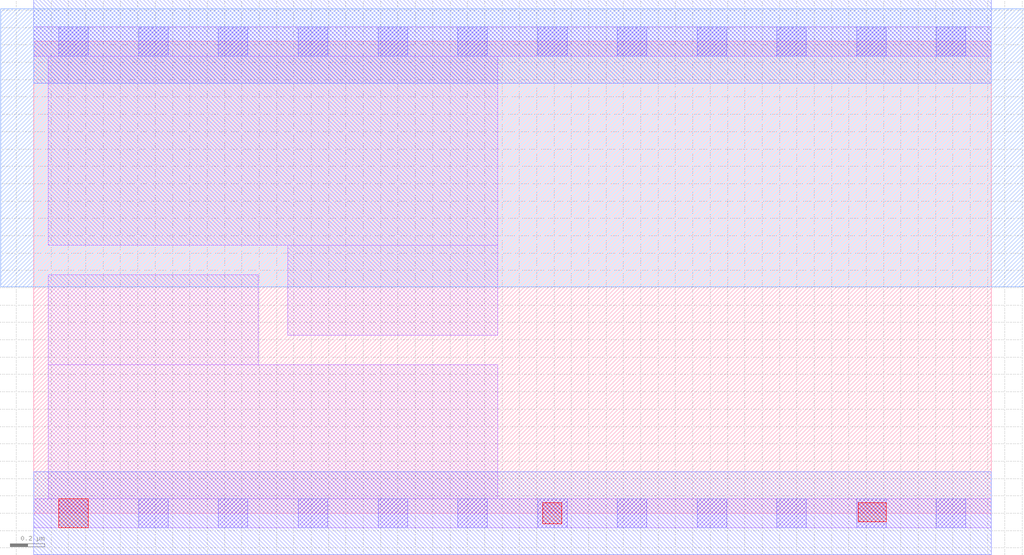
<source format=lef>
VERSION 5.7 ;
  #NOWIREEXTENSIONATPIN ON ;
  DIVIDERCHAR "/" ;
  BUSBITCHARS "[]" ;
MACRO sky130_ef_sc_hd__fill_12
  CLASS CORE ;
  FOREIGN sky130_ef_sc_hd__fill_12 ;
  ORIGIN 0.000 0.000 ;
  SIZE 5.520 BY 2.720 ;
  SYMMETRY X Y R90 ;
  SITE unithd ;
  OBS
      LAYER nwell ;
        RECT -0.190 1.305 5.710 2.910 ;
      LAYER pwell ;
        RECT 0.145 -0.085 0.315 0.085 ;
        RECT 2.935 -0.060 3.045 0.060 ;
        RECT 4.755 -0.050 4.915 0.060 ;
      LAYER li1 ;
        RECT 0.000 2.635 5.520 2.805 ;
        RECT 0.085 1.545 2.675 2.635 ;
        RECT 0.085 0.855 1.295 1.375 ;
        RECT 1.465 1.025 2.675 1.545 ;
        RECT 0.085 0.085 2.675 0.855 ;
        RECT 0.000 -0.085 5.520 0.085 ;
      LAYER mcon ;
        RECT 0.145 2.635 0.315 2.805 ;
        RECT 0.605 2.635 0.775 2.805 ;
        RECT 1.065 2.635 1.235 2.805 ;
        RECT 1.525 2.635 1.695 2.805 ;
        RECT 1.985 2.635 2.155 2.805 ;
        RECT 2.445 2.635 2.615 2.805 ;
        RECT 2.905 2.635 3.075 2.805 ;
        RECT 3.365 2.635 3.535 2.805 ;
        RECT 3.825 2.635 3.995 2.805 ;
        RECT 4.285 2.635 4.455 2.805 ;
        RECT 4.745 2.635 4.915 2.805 ;
        RECT 5.205 2.635 5.375 2.805 ;
        RECT 0.145 -0.085 0.315 0.085 ;
        RECT 0.605 -0.085 0.775 0.085 ;
        RECT 1.065 -0.085 1.235 0.085 ;
        RECT 1.525 -0.085 1.695 0.085 ;
        RECT 1.985 -0.085 2.155 0.085 ;
        RECT 2.445 -0.085 2.615 0.085 ;
        RECT 2.905 -0.085 3.075 0.085 ;
        RECT 3.365 -0.085 3.535 0.085 ;
        RECT 3.825 -0.085 3.995 0.085 ;
        RECT 4.285 -0.085 4.455 0.085 ;
        RECT 4.745 -0.085 4.915 0.085 ;
        RECT 5.205 -0.085 5.375 0.085 ;
      LAYER met1 ;
        RECT 0.000 2.480 5.520 2.960 ;
        RECT 0.000 -0.240 5.520 0.240 ;
  END
END sky130_ef_sc_hd__fill_12
END LIBRARY


</source>
